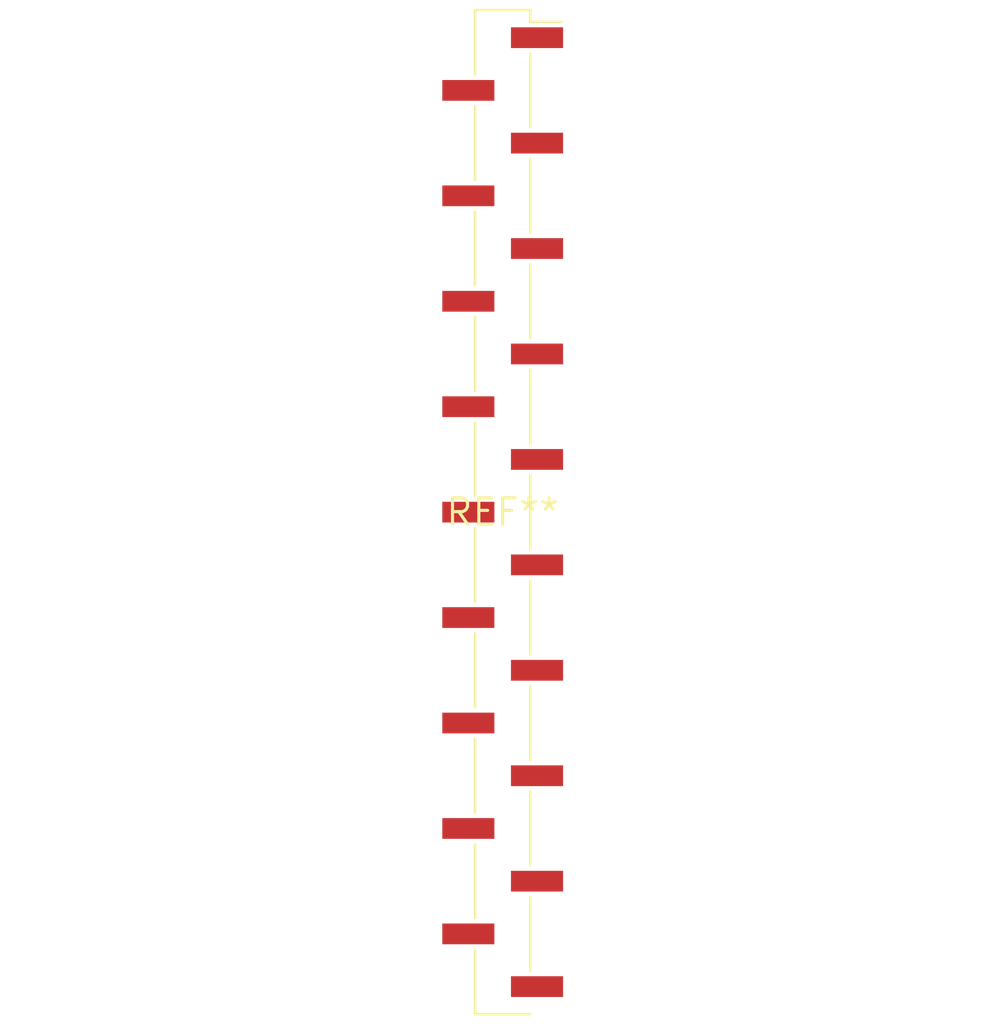
<source format=kicad_pcb>
(kicad_pcb (version 20240108) (generator pcbnew)
  (layers (0 "F.Cu" signal) (31 "B.Cu" signal) (34 "B.Paste" user) (35 "F.Paste" user) (36 "B.SilkS" user "B.Silkscreen") (37 "F.SilkS" user "F.Silkscreen") (38 "B.Mask" user) (39 "F.Mask" user) (44 "Edge.Cuts" user))
  (net 0 "")
  (footprint "PinHeader_1x19_P2.54mm_Vertical_SMD_Pin1Right" (layer "F.Cu") (at 0 0)
    (property "Reference" "REF**")
    (property "Value" "PinHeader_1x19_P2.54mm_Vertical_SMD_Pin1Right")
    (fp_line (start -1.33 -24.19) (end -1.33 -21.08) (layer "F.SilkS") (stroke (width 0.12)))
    (fp_line (start -1.33 -24.19) (end 1.33 -24.19) (layer "F.SilkS") (stroke (width 0.12)))
    (fp_line (start -1.33 -19.56) (end -1.33 -16) (layer "F.SilkS") (stroke (width 0.12)))
    (fp_line (start -1.33 -14.48) (end -1.33 -10.92) (layer "F.SilkS") (stroke (width 0.12)))
    (fp_line (start -1.33 -9.4) (end -1.33 -5.84) (layer "F.SilkS") (stroke (width 0.12)))
    (fp_line (start -1.33 -4.32) (end -1.33 -0.76) (layer "F.SilkS") (stroke (width 0.12)))
    (fp_line (start -1.33 0.76) (end -1.33 4.32) (layer "F.SilkS") (stroke (width 0.12)))
    (fp_line (start -1.33 5.84) (end -1.33 9.4) (layer "F.SilkS") (stroke (width 0.12)))
    (fp_line (start -1.33 10.92) (end -1.33 14.48) (layer "F.SilkS") (stroke (width 0.12)))
    (fp_line (start -1.33 16) (end -1.33 19.56) (layer "F.SilkS") (stroke (width 0.12)))
    (fp_line (start -1.33 21.08) (end -1.33 24.19) (layer "F.SilkS") (stroke (width 0.12)))
    (fp_line (start -1.33 23.62) (end -1.33 24.19) (layer "F.SilkS") (stroke (width 0.12)))
    (fp_line (start -1.33 24.19) (end 1.33 24.19) (layer "F.SilkS") (stroke (width 0.12)))
    (fp_line (start 1.33 -24.19) (end 1.33 -23.62) (layer "F.SilkS") (stroke (width 0.12)))
    (fp_line (start 1.33 -23.62) (end 2.85 -23.62) (layer "F.SilkS") (stroke (width 0.12)))
    (fp_line (start 1.33 -22.1) (end 1.33 -18.54) (layer "F.SilkS") (stroke (width 0.12)))
    (fp_line (start 1.33 -17.02) (end 1.33 -13.46) (layer "F.SilkS") (stroke (width 0.12)))
    (fp_line (start 1.33 -11.94) (end 1.33 -8.38) (layer "F.SilkS") (stroke (width 0.12)))
    (fp_line (start 1.33 -6.86) (end 1.33 -3.3) (layer "F.SilkS") (stroke (width 0.12)))
    (fp_line (start 1.33 -1.78) (end 1.33 1.78) (layer "F.SilkS") (stroke (width 0.12)))
    (fp_line (start 1.33 3.3) (end 1.33 6.86) (layer "F.SilkS") (stroke (width 0.12)))
    (fp_line (start 1.33 8.38) (end 1.33 11.94) (layer "F.SilkS") (stroke (width 0.12)))
    (fp_line (start 1.33 13.46) (end 1.33 17.02) (layer "F.SilkS") (stroke (width 0.12)))
    (fp_line (start 1.33 18.54) (end 1.33 22.1) (layer "F.SilkS") (stroke (width 0.12)))
    (pad "1" smd rect (at 1.655 -22.86) (size 2.51 1) (layers "F.Cu" "F.Paste" "F.Mask"))
    (pad "2" smd rect (at -1.655 -20.32) (size 2.51 1) (layers "F.Cu" "F.Paste" "F.Mask"))
    (pad "3" smd rect (at 1.655 -17.78) (size 2.51 1) (layers "F.Cu" "F.Paste" "F.Mask"))
    (pad "4" smd rect (at -1.655 -15.24) (size 2.51 1) (layers "F.Cu" "F.Paste" "F.Mask"))
    (pad "5" smd rect (at 1.655 -12.7) (size 2.51 1) (layers "F.Cu" "F.Paste" "F.Mask"))
    (pad "6" smd rect (at -1.655 -10.16) (size 2.51 1) (layers "F.Cu" "F.Paste" "F.Mask"))
    (pad "7" smd rect (at 1.655 -7.62) (size 2.51 1) (layers "F.Cu" "F.Paste" "F.Mask"))
    (pad "8" smd rect (at -1.655 -5.08) (size 2.51 1) (layers "F.Cu" "F.Paste" "F.Mask"))
    (pad "9" smd rect (at 1.655 -2.54) (size 2.51 1) (layers "F.Cu" "F.Paste" "F.Mask"))
    (pad "10" smd rect (at -1.655 0) (size 2.51 1) (layers "F.Cu" "F.Paste" "F.Mask"))
    (pad "11" smd rect (at 1.655 2.54) (size 2.51 1) (layers "F.Cu" "F.Paste" "F.Mask"))
    (pad "12" smd rect (at -1.655 5.08) (size 2.51 1) (layers "F.Cu" "F.Paste" "F.Mask"))
    (pad "13" smd rect (at 1.655 7.62) (size 2.51 1) (layers "F.Cu" "F.Paste" "F.Mask"))
    (pad "14" smd rect (at -1.655 10.16) (size 2.51 1) (layers "F.Cu" "F.Paste" "F.Mask"))
    (pad "15" smd rect (at 1.655 12.7) (size 2.51 1) (layers "F.Cu" "F.Paste" "F.Mask"))
    (pad "16" smd rect (at -1.655 15.24) (size 2.51 1) (layers "F.Cu" "F.Paste" "F.Mask"))
    (pad "17" smd rect (at 1.655 17.78) (size 2.51 1) (layers "F.Cu" "F.Paste" "F.Mask"))
    (pad "18" smd rect (at -1.655 20.32) (size 2.51 1) (layers "F.Cu" "F.Paste" "F.Mask"))
    (pad "19" smd rect (at 1.655 22.86) (size 2.51 1) (layers "F.Cu" "F.Paste" "F.Mask"))
  )
)
</source>
